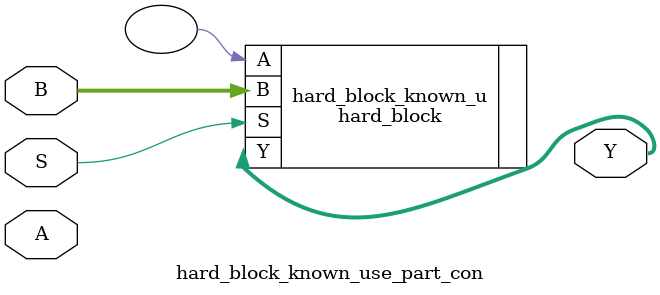
<source format=v>
module hard_block_known_use_part_con(A, B, S, Y);

  parameter WIDTH = 4;

  input [WIDTH-1:0] A, B;
  input S;

  output [WIDTH-1:0] Y;
  
  hard_block hard_block_known_u(.A(), .B(B), .S(S), .Y(Y));

endmodule

</source>
